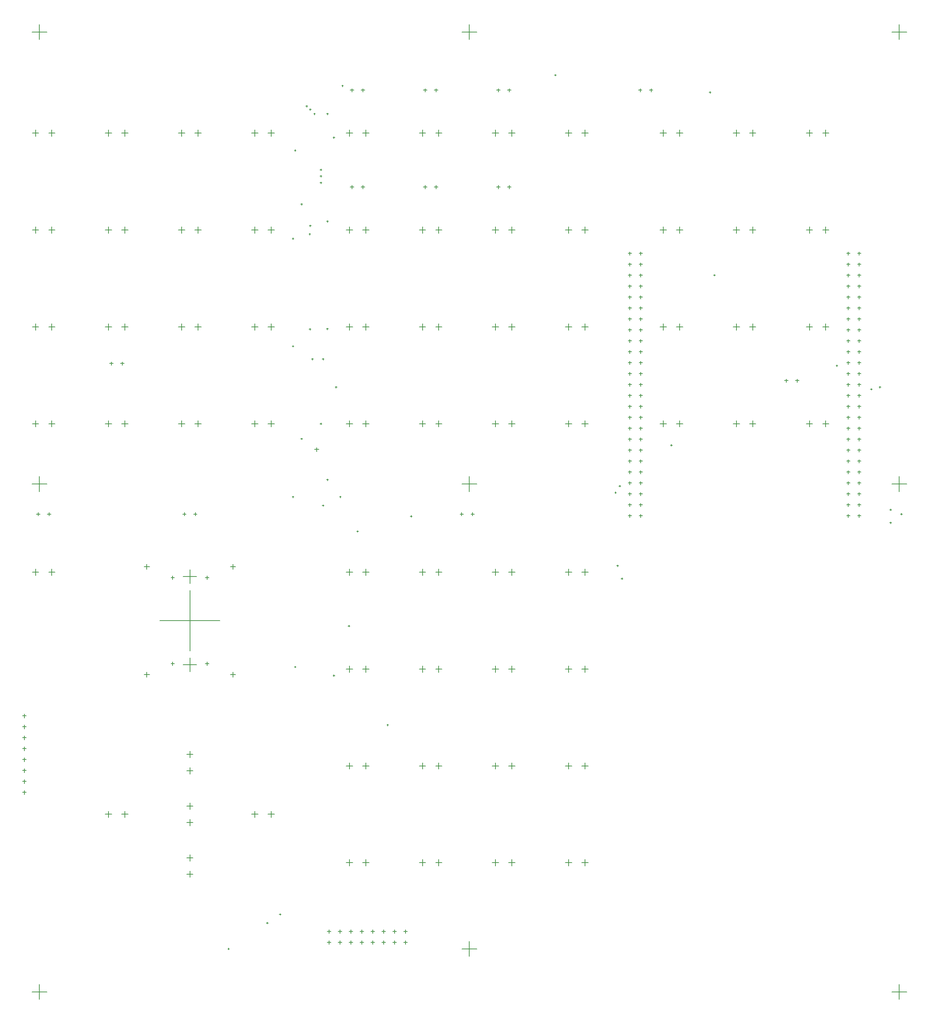
<source format=gbr>
%TF.GenerationSoftware,Altium Limited,Altium Designer,20.2.5 (213)*%
G04 Layer_Color=128*
%FSLAX45Y45*%
%MOMM*%
%TF.SameCoordinates,662F433C-BD6F-4083-8A0F-E7C0AAC1164F*%
%TF.FilePolarity,Positive*%
%TF.FileFunction,Drillmap*%
%TF.Part,Single*%
G01*
G75*
%TA.AperFunction,NonConductor*%
%ADD74C,0.12700*%
D74*
X15335001Y20450000D02*
X15485001D01*
X15410001Y20375000D02*
Y20525000D01*
X15714999Y20450000D02*
X15864999D01*
X15789999Y20375000D02*
Y20525000D01*
X18735001Y13700000D02*
X18885001D01*
X18810001Y13625000D02*
Y13775000D01*
X19114999Y13700000D02*
X19264999D01*
X19189999Y13625000D02*
Y13775000D01*
X2787000Y15100000D02*
X2867000D01*
X2827000Y15060001D02*
Y15139999D01*
X2533000Y15100000D02*
X2613000D01*
X2573000Y15060001D02*
Y15139999D01*
X9371000Y1650000D02*
X9461000D01*
X9416000Y1605000D02*
Y1695000D01*
X9371000Y1904000D02*
X9461000D01*
X9416000Y1859000D02*
Y1949000D01*
X9117000Y1650000D02*
X9207000D01*
X9162000Y1605000D02*
Y1695000D01*
X9117000Y1904000D02*
X9207000D01*
X9162000Y1859000D02*
Y1949000D01*
X8863000Y1650000D02*
X8953000D01*
X8908000Y1605000D02*
Y1695000D01*
X8863000Y1904000D02*
X8953000D01*
X8908000Y1859000D02*
Y1949000D01*
X8609000Y1650000D02*
X8699000D01*
X8654000Y1605000D02*
Y1695000D01*
X8609000Y1904000D02*
X8699000D01*
X8654000Y1859000D02*
Y1949000D01*
X8355000Y1650000D02*
X8445000D01*
X8400000Y1605000D02*
Y1695000D01*
X8355000Y1904000D02*
X8445000D01*
X8400000Y1859000D02*
Y1949000D01*
X8101000Y1650000D02*
X8191000D01*
X8146000Y1605000D02*
Y1695000D01*
X8101000Y1904000D02*
X8191000D01*
X8146000Y1859000D02*
Y1949000D01*
X7847000Y1650000D02*
X7937000D01*
X7892000Y1605000D02*
Y1695000D01*
X7847000Y1904000D02*
X7937000D01*
X7892000Y1859000D02*
Y1949000D01*
X7593000Y1650000D02*
X7683000D01*
X7638000Y1605000D02*
Y1695000D01*
X7593000Y1904000D02*
X7683000D01*
X7638000Y1859000D02*
Y1949000D01*
X4325008Y4435000D02*
X4475008D01*
X4400008Y4360000D02*
Y4510000D01*
X4325008Y4815000D02*
X4475008D01*
X4400008Y4740000D02*
Y4890000D01*
X18735001Y15950000D02*
X18885001D01*
X18810001Y15875000D02*
Y16025000D01*
X19114999Y15950000D02*
X19264999D01*
X19189999Y15875000D02*
Y16025000D01*
X18735001Y18200000D02*
X18885001D01*
X18810001Y18125000D02*
Y18275000D01*
X19114999Y18200000D02*
X19264999D01*
X19189999Y18125000D02*
Y18275000D01*
X18735001Y20450000D02*
X18885001D01*
X18810001Y20375000D02*
Y20525000D01*
X19114999Y20450000D02*
X19264999D01*
X19189999Y20375000D02*
Y20525000D01*
X17035001Y13700000D02*
X17185001D01*
X17110001Y13625000D02*
Y13775000D01*
X17414999Y13700000D02*
X17564999D01*
X17489999Y13625000D02*
Y13775000D01*
X17035001Y15950000D02*
X17185001D01*
X17110001Y15875000D02*
Y16025000D01*
X17414999Y15950000D02*
X17564999D01*
X17489999Y15875000D02*
Y16025000D01*
X17035001Y18200000D02*
X17185001D01*
X17110001Y18125000D02*
Y18275000D01*
X17414999Y18200000D02*
X17564999D01*
X17489999Y18125000D02*
Y18275000D01*
X17035001Y20450000D02*
X17185001D01*
X17110001Y20375000D02*
Y20525000D01*
X17414999Y20450000D02*
X17564999D01*
X17489999Y20375000D02*
Y20525000D01*
X15335001Y13700000D02*
X15485001D01*
X15410001Y13625000D02*
Y13775000D01*
X15714999Y13700000D02*
X15864999D01*
X15789999Y13625000D02*
Y13775000D01*
X15335001Y15950000D02*
X15485001D01*
X15410001Y15875000D02*
Y16025000D01*
X15714999Y15950000D02*
X15864999D01*
X15789999Y15875000D02*
Y16025000D01*
X15335001Y18200000D02*
X15485001D01*
X15410001Y18125000D02*
Y18275000D01*
X15714999Y18200000D02*
X15864999D01*
X15789999Y18125000D02*
Y18275000D01*
X13135001Y13700000D02*
X13285001D01*
X13210001Y13625000D02*
Y13775000D01*
X13514999Y13700000D02*
X13664999D01*
X13589999Y13625000D02*
Y13775000D01*
X11435000Y13700000D02*
X11585000D01*
X11510000Y13625000D02*
Y13775000D01*
X11815000Y13700000D02*
X11965000D01*
X11890000Y13625000D02*
Y13775000D01*
X9735000Y13700000D02*
X9885000D01*
X9810000Y13625000D02*
Y13775000D01*
X10115000Y13700000D02*
X10265000D01*
X10190000Y13625000D02*
Y13775000D01*
X8035000Y13700000D02*
X8185000D01*
X8110000Y13625000D02*
Y13775000D01*
X8415000Y13700000D02*
X8565000D01*
X8490000Y13625000D02*
Y13775000D01*
X13135001Y15950000D02*
X13285001D01*
X13210001Y15875000D02*
Y16025000D01*
X13514999Y15950000D02*
X13664999D01*
X13589999Y15875000D02*
Y16025000D01*
X11435000Y15950000D02*
X11585000D01*
X11510000Y15875000D02*
Y16025000D01*
X11815000Y15950000D02*
X11965000D01*
X11890000Y15875000D02*
Y16025000D01*
X9735000Y15950000D02*
X9885000D01*
X9810000Y15875000D02*
Y16025000D01*
X10115000Y15950000D02*
X10265000D01*
X10190000Y15875000D02*
Y16025000D01*
X8035000Y15950000D02*
X8185000D01*
X8110000Y15875000D02*
Y16025000D01*
X8415000Y15950000D02*
X8565000D01*
X8490000Y15875000D02*
Y16025000D01*
X13135001Y18200000D02*
X13285001D01*
X13210001Y18125000D02*
Y18275000D01*
X13514999Y18200000D02*
X13664999D01*
X13589999Y18125000D02*
Y18275000D01*
X11435000Y18200000D02*
X11585000D01*
X11510000Y18125000D02*
Y18275000D01*
X11815000Y18200000D02*
X11965000D01*
X11890000Y18125000D02*
Y18275000D01*
X9735000Y18200000D02*
X9885000D01*
X9810000Y18125000D02*
Y18275000D01*
X10115000Y18200000D02*
X10265000D01*
X10190000Y18125000D02*
Y18275000D01*
X8035000Y18200000D02*
X8185000D01*
X8110000Y18125000D02*
Y18275000D01*
X8415000Y18200000D02*
X8565000D01*
X8490000Y18125000D02*
Y18275000D01*
X13135001Y20450000D02*
X13285001D01*
X13210001Y20375000D02*
Y20525000D01*
X13514999Y20450000D02*
X13664999D01*
X13589999Y20375000D02*
Y20525000D01*
X11435000Y20450000D02*
X11585000D01*
X11510000Y20375000D02*
Y20525000D01*
X11815000Y20450000D02*
X11965000D01*
X11890000Y20375000D02*
Y20525000D01*
X9735000Y20450000D02*
X9885000D01*
X9810000Y20375000D02*
Y20525000D01*
X10115000Y20450000D02*
X10265000D01*
X10190000Y20375000D02*
Y20525000D01*
X8035000Y20450000D02*
X8185000D01*
X8110000Y20375000D02*
Y20525000D01*
X8415000Y20450000D02*
X8565000D01*
X8490000Y20375000D02*
Y20525000D01*
X13135001Y10250000D02*
X13285001D01*
X13210001Y10175000D02*
Y10325000D01*
X13514999Y10250000D02*
X13664999D01*
X13589999Y10175000D02*
Y10325000D01*
X13135001Y8000000D02*
X13285001D01*
X13210001Y7925000D02*
Y8075000D01*
X13514999Y8000000D02*
X13664999D01*
X13589999Y7925000D02*
Y8075000D01*
X13135001Y5750000D02*
X13285001D01*
X13210001Y5675000D02*
Y5825000D01*
X13514999Y5750000D02*
X13664999D01*
X13589999Y5675000D02*
Y5825000D01*
X13135001Y3500000D02*
X13285001D01*
X13210001Y3425000D02*
Y3575000D01*
X13514999Y3500000D02*
X13664999D01*
X13589999Y3425000D02*
Y3575000D01*
X11435000Y3500000D02*
X11585000D01*
X11510000Y3425000D02*
Y3575000D01*
X11815000Y3500000D02*
X11965000D01*
X11890000Y3425000D02*
Y3575000D01*
X9735000Y3500000D02*
X9885000D01*
X9810000Y3425000D02*
Y3575000D01*
X10115000Y3500000D02*
X10265000D01*
X10190000Y3425000D02*
Y3575000D01*
X11435000Y10250000D02*
X11585000D01*
X11510000Y10175000D02*
Y10325000D01*
X11815000Y10250000D02*
X11965000D01*
X11890000Y10175000D02*
Y10325000D01*
X9735000Y10250000D02*
X9885000D01*
X9810000Y10175000D02*
Y10325000D01*
X10115000Y10250000D02*
X10265000D01*
X10190000Y10175000D02*
Y10325000D01*
X8035000Y10250000D02*
X8185000D01*
X8110000Y10175000D02*
Y10325000D01*
X8415000Y10250000D02*
X8565000D01*
X8490000Y10175000D02*
Y10325000D01*
X11435000Y8000000D02*
X11585000D01*
X11510000Y7925000D02*
Y8075000D01*
X11815000Y8000000D02*
X11965000D01*
X11890000Y7925000D02*
Y8075000D01*
X9735000Y8000000D02*
X9885000D01*
X9810000Y7925000D02*
Y8075000D01*
X10115000Y8000000D02*
X10265000D01*
X10190000Y7925000D02*
Y8075000D01*
X8035000Y8000000D02*
X8185000D01*
X8110000Y7925000D02*
Y8075000D01*
X8415000Y8000000D02*
X8565000D01*
X8490000Y7925000D02*
Y8075000D01*
X11435000Y5750000D02*
X11585000D01*
X11510000Y5675000D02*
Y5825000D01*
X11815000Y5750000D02*
X11965000D01*
X11890000Y5675000D02*
Y5825000D01*
X9735000Y5750000D02*
X9885000D01*
X9810000Y5675000D02*
Y5825000D01*
X10115000Y5750000D02*
X10265000D01*
X10190000Y5675000D02*
Y5825000D01*
X8035000Y5750000D02*
X8185000D01*
X8110000Y5675000D02*
Y5825000D01*
X8415000Y5750000D02*
X8565000D01*
X8490000Y5675000D02*
Y5825000D01*
X8035000Y3500000D02*
X8185000D01*
X8110000Y3425000D02*
Y3575000D01*
X8415000Y3500000D02*
X8565000D01*
X8490000Y3425000D02*
Y3575000D01*
X4325000Y3235000D02*
X4475000D01*
X4400000Y3160000D02*
Y3310000D01*
X4325000Y3615000D02*
X4475000D01*
X4400000Y3540000D02*
Y3690000D01*
X4325000Y5635000D02*
X4475000D01*
X4400000Y5560000D02*
Y5710000D01*
X4325000Y6015000D02*
X4475000D01*
X4400000Y5940000D02*
Y6090000D01*
X5835000Y4625000D02*
X5985000D01*
X5910000Y4550000D02*
Y4700000D01*
X6215000Y4625000D02*
X6365000D01*
X6290000Y4550000D02*
Y4700000D01*
X2435000Y4625000D02*
X2585000D01*
X2510000Y4550000D02*
Y4700000D01*
X2815000Y4625000D02*
X2965000D01*
X2890000Y4550000D02*
Y4700000D01*
X735000Y10250000D02*
X885000D01*
X810000Y10175000D02*
Y10325000D01*
X1115000Y10250000D02*
X1265000D01*
X1190000Y10175000D02*
Y10325000D01*
X5835000Y13700000D02*
X5985000D01*
X5910000Y13625000D02*
Y13775000D01*
X6215000Y13700000D02*
X6365000D01*
X6290000Y13625000D02*
Y13775000D01*
X4135000Y13700000D02*
X4285000D01*
X4210000Y13625000D02*
Y13775000D01*
X4515000Y13700000D02*
X4665000D01*
X4590000Y13625000D02*
Y13775000D01*
X2435000Y13700000D02*
X2585000D01*
X2510000Y13625000D02*
Y13775000D01*
X2815000Y13700000D02*
X2965000D01*
X2890000Y13625000D02*
Y13775000D01*
X735000Y13700000D02*
X885000D01*
X810000Y13625000D02*
Y13775000D01*
X1115000Y13700000D02*
X1265000D01*
X1190000Y13625000D02*
Y13775000D01*
X5835000Y15950000D02*
X5985000D01*
X5910000Y15875000D02*
Y16025000D01*
X6215000Y15950000D02*
X6365000D01*
X6290000Y15875000D02*
Y16025000D01*
X4135000Y15950000D02*
X4285000D01*
X4210000Y15875000D02*
Y16025000D01*
X4515000Y15950000D02*
X4665000D01*
X4590000Y15875000D02*
Y16025000D01*
X2435000Y15950000D02*
X2585000D01*
X2510000Y15875000D02*
Y16025000D01*
X2815000Y15950000D02*
X2965000D01*
X2890000Y15875000D02*
Y16025000D01*
X735000Y15950000D02*
X885000D01*
X810000Y15875000D02*
Y16025000D01*
X1115000Y15950000D02*
X1265000D01*
X1190000Y15875000D02*
Y16025000D01*
X5835000Y18200000D02*
X5985000D01*
X5910000Y18125000D02*
Y18275000D01*
X6215000Y18200000D02*
X6365000D01*
X6290000Y18125000D02*
Y18275000D01*
X4135000Y18200000D02*
X4285000D01*
X4210000Y18125000D02*
Y18275000D01*
X4515000Y18200000D02*
X4665000D01*
X4590000Y18125000D02*
Y18275000D01*
X2435000Y18200000D02*
X2585000D01*
X2510000Y18125000D02*
Y18275000D01*
X2815000Y18200000D02*
X2965000D01*
X2890000Y18125000D02*
Y18275000D01*
X735000Y18200000D02*
X885000D01*
X810000Y18125000D02*
Y18275000D01*
X1115000Y18200000D02*
X1265000D01*
X1190000Y18125000D02*
Y18275000D01*
X5835000Y20450000D02*
X5985000D01*
X5910000Y20375000D02*
Y20525000D01*
X6215000Y20450000D02*
X6365000D01*
X6290000Y20375000D02*
Y20525000D01*
X4135000Y20450000D02*
X4285000D01*
X4210000Y20375000D02*
Y20525000D01*
X4515000Y20450000D02*
X4665000D01*
X4590000Y20375000D02*
Y20525000D01*
X2435000Y20450000D02*
X2585000D01*
X2510000Y20375000D02*
Y20525000D01*
X2815000Y20450000D02*
X2965000D01*
X2890000Y20375000D02*
Y20525000D01*
X735000Y20450000D02*
X885000D01*
X810000Y20375000D02*
Y20525000D01*
X1115000Y20450000D02*
X1265000D01*
X1190000Y20375000D02*
Y20525000D01*
X19929900Y17656000D02*
X20006100D01*
X19967999Y17617900D02*
Y17694099D01*
X19675900Y17656000D02*
X19752100D01*
X19714000Y17617900D02*
Y17694099D01*
X19929900Y17402000D02*
X20006100D01*
X19967999Y17363901D02*
Y17440100D01*
X19675900Y17402000D02*
X19752100D01*
X19714000Y17363901D02*
Y17440100D01*
X19929900Y17148000D02*
X20006100D01*
X19967999Y17109900D02*
Y17186099D01*
X19675900Y17148000D02*
X19752100D01*
X19714000Y17109900D02*
Y17186099D01*
X19929900Y16894000D02*
X20006100D01*
X19967999Y16855901D02*
Y16932100D01*
X19675900Y16894000D02*
X19752100D01*
X19714000Y16855901D02*
Y16932100D01*
X19929900Y16639999D02*
X20006100D01*
X19967999Y16601900D02*
Y16678101D01*
X19675900Y16639999D02*
X19752100D01*
X19714000Y16601900D02*
Y16678101D01*
X19929900Y16386000D02*
X20006100D01*
X19967999Y16347900D02*
Y16424100D01*
X19675900Y16386000D02*
X19752100D01*
X19714000Y16347900D02*
Y16424100D01*
X19929900Y16132001D02*
X20006100D01*
X19967999Y16093900D02*
Y16170100D01*
X19675900Y16132001D02*
X19752100D01*
X19714000Y16093900D02*
Y16170100D01*
X19929900Y15878000D02*
X20006100D01*
X19967999Y15839900D02*
Y15916100D01*
X19675900Y15878000D02*
X19752100D01*
X19714000Y15839900D02*
Y15916100D01*
X19929900Y15624001D02*
X20006100D01*
X19967999Y15585899D02*
Y15662100D01*
X19675900Y15624001D02*
X19752100D01*
X19714000Y15585899D02*
Y15662100D01*
X19929900Y15370000D02*
X20006100D01*
X19967999Y15331900D02*
Y15408099D01*
X19675900Y15370000D02*
X19752100D01*
X19714000Y15331900D02*
Y15408099D01*
X19929900Y15116000D02*
X20006100D01*
X19967999Y15077901D02*
Y15154100D01*
X19675900Y15116000D02*
X19752100D01*
X19714000Y15077901D02*
Y15154100D01*
X19929900Y14862000D02*
X20006100D01*
X19967999Y14823900D02*
Y14900101D01*
X19675900Y14862000D02*
X19752100D01*
X19714000Y14823900D02*
Y14900101D01*
X19929900Y14608000D02*
X20006100D01*
X19967999Y14569901D02*
Y14646100D01*
X19675900Y14608000D02*
X19752100D01*
X19714000Y14569901D02*
Y14646100D01*
X19929900Y14353999D02*
X20006100D01*
X19967999Y14315900D02*
Y14392101D01*
X19675900Y14353999D02*
X19752100D01*
X19714000Y14315900D02*
Y14392101D01*
X19929900Y14100000D02*
X20006100D01*
X19967999Y14061900D02*
Y14138100D01*
X19675900Y14100000D02*
X19752100D01*
X19714000Y14061900D02*
Y14138100D01*
X19929900Y13846001D02*
X20006100D01*
X19967999Y13807899D02*
Y13884100D01*
X19675900Y13846001D02*
X19752100D01*
X19714000Y13807899D02*
Y13884100D01*
X19929900Y13592000D02*
X20006100D01*
X19967999Y13553900D02*
Y13630099D01*
X19675900Y13592000D02*
X19752100D01*
X19714000Y13553900D02*
Y13630099D01*
X19929900Y13338000D02*
X20006100D01*
X19967999Y13299899D02*
Y13376100D01*
X19675900Y13338000D02*
X19752100D01*
X19714000Y13299899D02*
Y13376100D01*
X19929900Y13084000D02*
X20006100D01*
X19967999Y13045900D02*
Y13122099D01*
X19675900Y13084000D02*
X19752100D01*
X19714000Y13045900D02*
Y13122099D01*
X19929900Y12830000D02*
X20006100D01*
X19967999Y12791900D02*
Y12868100D01*
X19675900Y12830000D02*
X19752100D01*
X19714000Y12791900D02*
Y12868100D01*
X19929900Y12576000D02*
X20006100D01*
X19967999Y12537900D02*
Y12614100D01*
X19675900Y12576000D02*
X19752100D01*
X19714000Y12537900D02*
Y12614100D01*
X19929900Y12322000D02*
X20006100D01*
X19967999Y12283900D02*
Y12360100D01*
X19675900Y12322000D02*
X19752100D01*
X19714000Y12283900D02*
Y12360100D01*
X19929900Y12068000D02*
X20006100D01*
X19967999Y12029900D02*
Y12106100D01*
X19675900Y12068000D02*
X19752100D01*
X19714000Y12029900D02*
Y12106100D01*
X19929900Y11814000D02*
X20006100D01*
X19967999Y11775900D02*
Y11852100D01*
X19675900Y11814000D02*
X19752100D01*
X19714000Y11775900D02*
Y11852100D01*
X19929900Y11560000D02*
X20006100D01*
X19967999Y11521900D02*
Y11598100D01*
X19675900Y11560000D02*
X19752100D01*
X19714000Y11521900D02*
Y11598100D01*
X14849899Y17656000D02*
X14926100D01*
X14888000Y17617900D02*
Y17694099D01*
X14595900Y17656000D02*
X14672099D01*
X14634000Y17617900D02*
Y17694099D01*
X14849899Y17402000D02*
X14926100D01*
X14888000Y17363901D02*
Y17440100D01*
X14595900Y17402000D02*
X14672099D01*
X14634000Y17363901D02*
Y17440100D01*
X14849899Y17148000D02*
X14926100D01*
X14888000Y17109900D02*
Y17186099D01*
X14595900Y17148000D02*
X14672099D01*
X14634000Y17109900D02*
Y17186099D01*
X14849899Y16894000D02*
X14926100D01*
X14888000Y16855901D02*
Y16932100D01*
X14595900Y16894000D02*
X14672099D01*
X14634000Y16855901D02*
Y16932100D01*
X14849899Y16639999D02*
X14926100D01*
X14888000Y16601900D02*
Y16678101D01*
X14595900Y16639999D02*
X14672099D01*
X14634000Y16601900D02*
Y16678101D01*
X14849899Y16386000D02*
X14926100D01*
X14888000Y16347900D02*
Y16424100D01*
X14595900Y16386000D02*
X14672099D01*
X14634000Y16347900D02*
Y16424100D01*
X14849899Y16132001D02*
X14926100D01*
X14888000Y16093900D02*
Y16170100D01*
X14595900Y16132001D02*
X14672099D01*
X14634000Y16093900D02*
Y16170100D01*
X14849899Y15878000D02*
X14926100D01*
X14888000Y15839900D02*
Y15916100D01*
X14595900Y15878000D02*
X14672099D01*
X14634000Y15839900D02*
Y15916100D01*
X14849899Y15624001D02*
X14926100D01*
X14888000Y15585899D02*
Y15662100D01*
X14595900Y15624001D02*
X14672099D01*
X14634000Y15585899D02*
Y15662100D01*
X14849899Y15370000D02*
X14926100D01*
X14888000Y15331900D02*
Y15408099D01*
X14595900Y15370000D02*
X14672099D01*
X14634000Y15331900D02*
Y15408099D01*
X14849899Y15116000D02*
X14926100D01*
X14888000Y15077901D02*
Y15154100D01*
X14595900Y15116000D02*
X14672099D01*
X14634000Y15077901D02*
Y15154100D01*
X14849899Y14862000D02*
X14926100D01*
X14888000Y14823900D02*
Y14900101D01*
X14595900Y14862000D02*
X14672099D01*
X14634000Y14823900D02*
Y14900101D01*
X14849899Y14608000D02*
X14926100D01*
X14888000Y14569901D02*
Y14646100D01*
X14595900Y14608000D02*
X14672099D01*
X14634000Y14569901D02*
Y14646100D01*
X14849899Y14353999D02*
X14926100D01*
X14888000Y14315900D02*
Y14392101D01*
X14595900Y14353999D02*
X14672099D01*
X14634000Y14315900D02*
Y14392101D01*
X14849899Y14100000D02*
X14926100D01*
X14888000Y14061900D02*
Y14138100D01*
X14595900Y14100000D02*
X14672099D01*
X14634000Y14061900D02*
Y14138100D01*
X14849899Y13846001D02*
X14926100D01*
X14888000Y13807899D02*
Y13884100D01*
X14595900Y13846001D02*
X14672099D01*
X14634000Y13807899D02*
Y13884100D01*
X14849899Y13592000D02*
X14926100D01*
X14888000Y13553900D02*
Y13630099D01*
X14595900Y13592000D02*
X14672099D01*
X14634000Y13553900D02*
Y13630099D01*
X14849899Y13338000D02*
X14926100D01*
X14888000Y13299899D02*
Y13376100D01*
X14595900Y13338000D02*
X14672099D01*
X14634000Y13299899D02*
Y13376100D01*
X14849899Y13084000D02*
X14926100D01*
X14888000Y13045900D02*
Y13122099D01*
X14595900Y13084000D02*
X14672099D01*
X14634000Y13045900D02*
Y13122099D01*
X14849899Y12830000D02*
X14926100D01*
X14888000Y12791900D02*
Y12868100D01*
X14595900Y12830000D02*
X14672099D01*
X14634000Y12791900D02*
Y12868100D01*
X14849899Y12576000D02*
X14926100D01*
X14888000Y12537900D02*
Y12614100D01*
X14595900Y12576000D02*
X14672099D01*
X14634000Y12537900D02*
Y12614100D01*
X14849899Y12322000D02*
X14926100D01*
X14888000Y12283900D02*
Y12360100D01*
X14595900Y12322000D02*
X14672099D01*
X14634000Y12283900D02*
Y12360100D01*
X14849899Y12068000D02*
X14926100D01*
X14888000Y12029900D02*
Y12106100D01*
X14595900Y12068000D02*
X14672099D01*
X14634000Y12029900D02*
Y12106100D01*
X14849899Y11814000D02*
X14926100D01*
X14888000Y11775900D02*
Y11852100D01*
X14595900Y11814000D02*
X14672099D01*
X14634000Y11775900D02*
Y11852100D01*
X14849899Y11560000D02*
X14926100D01*
X14888000Y11521900D02*
Y11598100D01*
X14595900Y11560000D02*
X14672099D01*
X14634000Y11521900D02*
Y11598100D01*
X505000Y6912000D02*
X595000D01*
X550000Y6867000D02*
Y6957000D01*
X505000Y6658000D02*
X595000D01*
X550000Y6613000D02*
Y6703000D01*
X505000Y6404000D02*
X595000D01*
X550000Y6359000D02*
Y6449000D01*
X505000Y6150000D02*
X595000D01*
X550000Y6105000D02*
Y6195000D01*
X505000Y5896000D02*
X595000D01*
X550000Y5851000D02*
Y5941000D01*
X505000Y5642000D02*
X595000D01*
X550000Y5597000D02*
Y5687000D01*
X505000Y5388000D02*
X595000D01*
X550000Y5343000D02*
Y5433000D01*
X505000Y5134000D02*
X595000D01*
X550000Y5089000D02*
Y5179000D01*
X10937000Y11600000D02*
X11017000D01*
X10977000Y11560000D02*
Y11640000D01*
X10683000Y11600000D02*
X10763000D01*
X10723000Y11560000D02*
Y11640000D01*
X4487000Y11600000D02*
X4567000D01*
X4527000Y11560000D02*
Y11640000D01*
X4233000Y11600000D02*
X4313000D01*
X4273000Y11560000D02*
Y11640000D01*
X1087000Y11600000D02*
X1167000D01*
X1127000Y11560000D02*
Y11640000D01*
X833000Y11600000D02*
X913000D01*
X873000Y11560000D02*
Y11640000D01*
X18487000Y14700000D02*
X18567000D01*
X18527000Y14660001D02*
Y14739999D01*
X18233000Y14700000D02*
X18313000D01*
X18273000Y14660001D02*
Y14739999D01*
X11787000Y19200000D02*
X11867000D01*
X11827000Y19160001D02*
Y19239999D01*
X11533000Y19200000D02*
X11613000D01*
X11573000Y19160001D02*
Y19239999D01*
X10087000Y19200000D02*
X10167000D01*
X10127000Y19160001D02*
Y19239999D01*
X9833000Y19200000D02*
X9913000D01*
X9873000Y19160001D02*
Y19239999D01*
X8387000Y19200000D02*
X8467000D01*
X8427000Y19160001D02*
Y19239999D01*
X8133000Y19200000D02*
X8213000D01*
X8173000Y19160001D02*
Y19239999D01*
X15087000Y21450000D02*
X15167000D01*
X15127000Y21410001D02*
Y21489999D01*
X14833000Y21450000D02*
X14913000D01*
X14873000Y21410001D02*
Y21489999D01*
X11787000Y21450000D02*
X11867000D01*
X11827000Y21410001D02*
Y21489999D01*
X11533000Y21450000D02*
X11613000D01*
X11573000Y21410001D02*
Y21489999D01*
X10087000Y21450000D02*
X10167000D01*
X10127000Y21410001D02*
Y21489999D01*
X9833000Y21450000D02*
X9913000D01*
X9873000Y21410001D02*
Y21489999D01*
X8387000Y21450000D02*
X8467000D01*
X8427000Y21410001D02*
Y21489999D01*
X8133000Y21450000D02*
X8213000D01*
X8173000Y21410001D02*
Y21489999D01*
X3700000Y9125000D02*
X5100000D01*
X4400000Y8425000D02*
Y9825000D01*
X4760000Y8125000D02*
X4840000D01*
X4800000Y8085000D02*
Y8165000D01*
X3960000Y8125000D02*
X4040000D01*
X4000000Y8085000D02*
Y8165000D01*
X4760000Y10125000D02*
X4840000D01*
X4800000Y10085000D02*
Y10165000D01*
X3960000Y10125000D02*
X4040000D01*
X4000000Y10085000D02*
Y10165000D01*
X4240000Y8100000D02*
X4560000D01*
X4400000Y7940000D02*
Y8260000D01*
X4240000Y10150000D02*
X4560000D01*
X4400000Y9990000D02*
Y10310000D01*
X5340000Y10375000D02*
X5460000D01*
X5400000Y10315000D02*
Y10435000D01*
X3340000Y10375000D02*
X3460000D01*
X3400000Y10315000D02*
Y10435000D01*
X5340000Y7875000D02*
X5460000D01*
X5400000Y7815000D02*
Y7935000D01*
X3340000Y7875000D02*
X3460000D01*
X3400000Y7815000D02*
Y7935000D01*
X725000Y22800000D02*
X1075000D01*
X900000Y22625000D02*
Y22975000D01*
X725000Y12300000D02*
X1075000D01*
X900000Y12125000D02*
Y12475000D01*
X725000Y500000D02*
X1075000D01*
X900000Y325000D02*
Y675000D01*
X10725000Y22800000D02*
X11075000D01*
X10900000Y22625000D02*
Y22975000D01*
X10725000Y12300000D02*
X11075000D01*
X10900000Y12125000D02*
Y12475000D01*
X10725000Y1500000D02*
X11075000D01*
X10900000Y1325000D02*
Y1675000D01*
X20725000Y500000D02*
X21075000D01*
X20900000Y325000D02*
Y675000D01*
X20725000Y12300000D02*
X21075000D01*
X20900000Y12125000D02*
Y12475000D01*
X20725000Y22800000D02*
X21075000D01*
X20900000Y22625000D02*
Y22975000D01*
X19430000Y15050000D02*
X19470000D01*
X19450000Y15030000D02*
Y15070000D01*
X16480000Y21400000D02*
X16520000D01*
X16500000Y21380000D02*
Y21420000D01*
X16580000Y17150000D02*
X16620000D01*
X16600000Y17130000D02*
Y17170000D01*
X6980000Y13350000D02*
X7020000D01*
X7000000Y13330000D02*
Y13370000D01*
X15580000Y13200000D02*
X15620000D01*
X15600000Y13180000D02*
Y13220000D01*
X12880000Y21800000D02*
X12920000D01*
X12900000Y21780000D02*
Y21820000D01*
X7930000Y21550000D02*
X7970000D01*
X7950000Y21530000D02*
Y21570000D01*
X7429985Y19599960D02*
X7469985D01*
X7449985Y19579961D02*
Y19619962D01*
X7430000Y19450000D02*
X7470000D01*
X7450000Y19430000D02*
Y19470000D01*
X7430000Y19300000D02*
X7470000D01*
X7450000Y19280000D02*
Y19320000D01*
X14380000Y12250000D02*
X14420000D01*
X14400000Y12230000D02*
Y12270000D01*
X14280000Y12100000D02*
X14320000D01*
X14300000Y12080000D02*
Y12120000D01*
X14430000Y10100000D02*
X14470000D01*
X14450000Y10080000D02*
Y10120000D01*
X14330000Y10400000D02*
X14370000D01*
X14350000Y10380000D02*
Y10420000D01*
X6830000Y8050000D02*
X6870000D01*
X6850000Y8030000D02*
Y8070000D01*
X20680000Y11700000D02*
X20720000D01*
X20700000Y11680000D02*
Y11720000D01*
X7730000Y7850000D02*
X7770000D01*
X7750000Y7830000D02*
Y7870000D01*
X7880000Y12000000D02*
X7920000D01*
X7900000Y11980000D02*
Y12020000D01*
X20430000Y14550000D02*
X20470000D01*
X20450000Y14530000D02*
Y14570000D01*
X8980000Y6700000D02*
X9020000D01*
X9000000Y6680000D02*
Y6720000D01*
X9530000Y11550000D02*
X9570000D01*
X9550000Y11530000D02*
Y11570000D01*
X8080000Y9000000D02*
X8120000D01*
X8100000Y8980000D02*
Y9020000D01*
X8280000Y11200000D02*
X8320000D01*
X8300000Y11180000D02*
Y11220000D01*
X7430000Y13700000D02*
X7470000D01*
X7450000Y13680000D02*
Y13720000D01*
X7730000Y20350000D02*
X7770000D01*
X7750000Y20330000D02*
Y20370000D01*
X7780000Y14550000D02*
X7820000D01*
X7800000Y14530000D02*
Y14570000D01*
X7300000Y13100000D02*
X7400000D01*
X7350000Y13050000D02*
Y13150000D01*
X20230000Y14500000D02*
X20270000D01*
X20250000Y14480000D02*
Y14520000D01*
X20930000Y11600000D02*
X20970000D01*
X20950000Y11580000D02*
Y11620000D01*
X20680000Y11400000D02*
X20720000D01*
X20700000Y11380000D02*
Y11420000D01*
X6780000Y18000000D02*
X6820000D01*
X6800000Y17980000D02*
Y18020000D01*
X6780000Y15500000D02*
X6820000D01*
X6800000Y15480000D02*
Y15520000D01*
X6780000Y12000000D02*
X6820000D01*
X6800000Y11980000D02*
Y12020000D01*
X5280000Y1500000D02*
X5320000D01*
X5300000Y1480000D02*
Y1520000D01*
X6830000Y20050000D02*
X6870000D01*
X6850000Y20030000D02*
Y20070000D01*
X7175250Y15895250D02*
X7215250D01*
X7195250Y15875250D02*
Y15915250D01*
X7480000Y15200000D02*
X7520000D01*
X7500000Y15180000D02*
Y15220000D01*
X7230000Y15200000D02*
X7270000D01*
X7250000Y15180000D02*
Y15220000D01*
X6980000Y18800000D02*
X7020000D01*
X7000000Y18780000D02*
Y18820000D01*
X7170128Y18105206D02*
X7210128D01*
X7190128Y18085207D02*
Y18125206D01*
X7180000Y18300000D02*
X7220000D01*
X7200000Y18280000D02*
Y18320000D01*
X7577289Y15902711D02*
X7617289D01*
X7597289Y15882710D02*
Y15922711D01*
X7580000Y18400000D02*
X7620000D01*
X7600000Y18380000D02*
Y18420000D01*
X7580000Y12400000D02*
X7620000D01*
X7600000Y12380000D02*
Y12420000D01*
X6180000Y2100000D02*
X6220000D01*
X6200000Y2080000D02*
Y2120000D01*
X7580000Y20900000D02*
X7620000D01*
X7600000Y20880000D02*
Y20920000D01*
X6480000Y2300000D02*
X6520000D01*
X6500000Y2280000D02*
Y2320000D01*
X7480000Y11800000D02*
X7520000D01*
X7500000Y11780000D02*
Y11820000D01*
X7100000Y21075497D02*
X7140000D01*
X7120000Y21055498D02*
Y21095499D01*
X7180000Y21000000D02*
X7220000D01*
X7200000Y20980000D02*
Y21020000D01*
X7280000Y20900000D02*
X7320000D01*
X7300000Y20880000D02*
Y20920000D01*
%TF.MD5,aa4f039a4d2ec0ebe8e45869f678ac30*%
M02*

</source>
